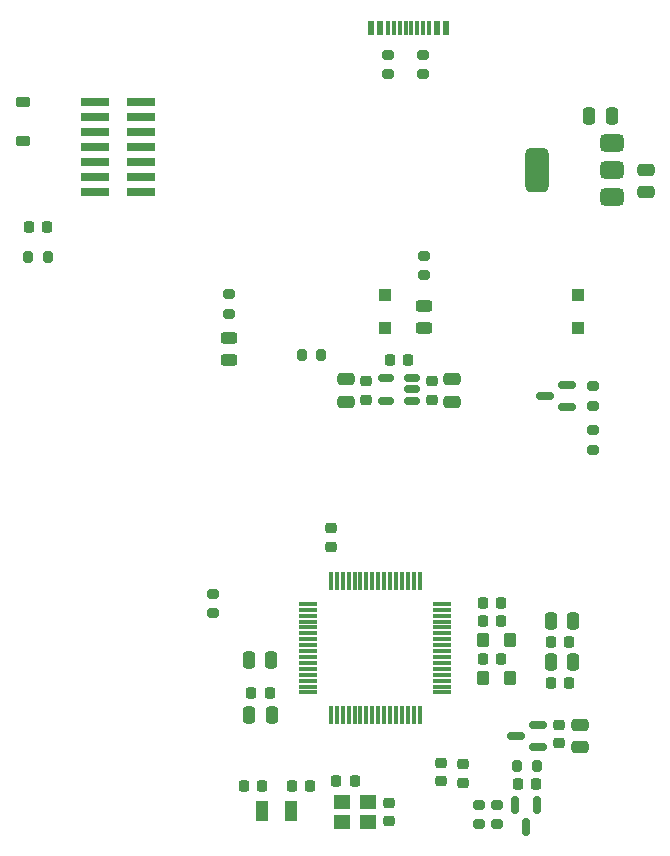
<source format=gbr>
%TF.GenerationSoftware,KiCad,Pcbnew,8.0.4*%
%TF.CreationDate,2024-12-11T23:07:31+07:00*%
%TF.ProjectId,G474-dev-board,47343734-2d64-4657-962d-626f6172642e,rev?*%
%TF.SameCoordinates,Original*%
%TF.FileFunction,Paste,Top*%
%TF.FilePolarity,Positive*%
%FSLAX46Y46*%
G04 Gerber Fmt 4.6, Leading zero omitted, Abs format (unit mm)*
G04 Created by KiCad (PCBNEW 8.0.4) date 2024-12-11 23:07:31*
%MOMM*%
%LPD*%
G01*
G04 APERTURE LIST*
G04 Aperture macros list*
%AMRoundRect*
0 Rectangle with rounded corners*
0 $1 Rounding radius*
0 $2 $3 $4 $5 $6 $7 $8 $9 X,Y pos of 4 corners*
0 Add a 4 corners polygon primitive as box body*
4,1,4,$2,$3,$4,$5,$6,$7,$8,$9,$2,$3,0*
0 Add four circle primitives for the rounded corners*
1,1,$1+$1,$2,$3*
1,1,$1+$1,$4,$5*
1,1,$1+$1,$6,$7*
1,1,$1+$1,$8,$9*
0 Add four rect primitives between the rounded corners*
20,1,$1+$1,$2,$3,$4,$5,0*
20,1,$1+$1,$4,$5,$6,$7,0*
20,1,$1+$1,$6,$7,$8,$9,0*
20,1,$1+$1,$8,$9,$2,$3,0*%
G04 Aperture macros list end*
%ADD10RoundRect,0.250000X0.300000X-0.300000X0.300000X0.300000X-0.300000X0.300000X-0.300000X-0.300000X0*%
%ADD11RoundRect,0.225000X0.375000X-0.225000X0.375000X0.225000X-0.375000X0.225000X-0.375000X-0.225000X0*%
%ADD12R,1.000000X1.800000*%
%ADD13R,1.400000X1.200000*%
%ADD14RoundRect,0.075000X0.075000X-0.700000X0.075000X0.700000X-0.075000X0.700000X-0.075000X-0.700000X0*%
%ADD15RoundRect,0.075000X0.700000X-0.075000X0.700000X0.075000X-0.700000X0.075000X-0.700000X-0.075000X0*%
%ADD16RoundRect,0.200000X0.200000X0.275000X-0.200000X0.275000X-0.200000X-0.275000X0.200000X-0.275000X0*%
%ADD17RoundRect,0.200000X-0.200000X-0.275000X0.200000X-0.275000X0.200000X0.275000X-0.200000X0.275000X0*%
%ADD18RoundRect,0.200000X0.275000X-0.200000X0.275000X0.200000X-0.275000X0.200000X-0.275000X-0.200000X0*%
%ADD19RoundRect,0.250000X0.275000X0.350000X-0.275000X0.350000X-0.275000X-0.350000X0.275000X-0.350000X0*%
%ADD20R,2.400000X0.740000*%
%ADD21RoundRect,0.225000X-0.225000X-0.250000X0.225000X-0.250000X0.225000X0.250000X-0.225000X0.250000X0*%
%ADD22RoundRect,0.250000X-0.250000X-0.475000X0.250000X-0.475000X0.250000X0.475000X-0.250000X0.475000X0*%
%ADD23RoundRect,0.225000X0.225000X0.250000X-0.225000X0.250000X-0.225000X-0.250000X0.225000X-0.250000X0*%
%ADD24RoundRect,0.225000X-0.250000X0.225000X-0.250000X-0.225000X0.250000X-0.225000X0.250000X0.225000X0*%
%ADD25RoundRect,0.225000X0.250000X-0.225000X0.250000X0.225000X-0.250000X0.225000X-0.250000X-0.225000X0*%
%ADD26RoundRect,0.250000X0.250000X0.475000X-0.250000X0.475000X-0.250000X-0.475000X0.250000X-0.475000X0*%
%ADD27RoundRect,0.150000X0.512500X0.150000X-0.512500X0.150000X-0.512500X-0.150000X0.512500X-0.150000X0*%
%ADD28RoundRect,0.200000X-0.275000X0.200000X-0.275000X-0.200000X0.275000X-0.200000X0.275000X0.200000X0*%
%ADD29RoundRect,0.150000X0.587500X0.150000X-0.587500X0.150000X-0.587500X-0.150000X0.587500X-0.150000X0*%
%ADD30RoundRect,0.250000X-0.475000X0.250000X-0.475000X-0.250000X0.475000X-0.250000X0.475000X0.250000X0*%
%ADD31RoundRect,0.375000X0.625000X0.375000X-0.625000X0.375000X-0.625000X-0.375000X0.625000X-0.375000X0*%
%ADD32RoundRect,0.500000X0.500000X1.400000X-0.500000X1.400000X-0.500000X-1.400000X0.500000X-1.400000X0*%
%ADD33RoundRect,0.250000X0.475000X-0.250000X0.475000X0.250000X-0.475000X0.250000X-0.475000X-0.250000X0*%
%ADD34R,0.600000X1.240000*%
%ADD35R,0.300000X1.240000*%
%ADD36RoundRect,0.243750X0.456250X-0.243750X0.456250X0.243750X-0.456250X0.243750X-0.456250X-0.243750X0*%
%ADD37RoundRect,0.150000X-0.150000X0.587500X-0.150000X-0.587500X0.150000X-0.587500X0.150000X0.587500X0*%
G04 APERTURE END LIST*
D10*
%TO.C,D2*%
X135102600Y-90261000D03*
X135102600Y-87461000D03*
%TD*%
%TO.C,D1*%
X151460200Y-90261000D03*
X151460200Y-87461000D03*
%TD*%
D11*
%TO.C,D6*%
X104444800Y-74370200D03*
X104444800Y-71070200D03*
%TD*%
D12*
%TO.C,Y2*%
X127157800Y-131114800D03*
X124657800Y-131114800D03*
%TD*%
D13*
%TO.C,Y1*%
X133614400Y-130366400D03*
X131414400Y-130366400D03*
X131414400Y-132066400D03*
X133614400Y-132066400D03*
%TD*%
D14*
%TO.C,U1*%
X130514400Y-123023000D03*
X131014400Y-123023000D03*
X131514400Y-123023000D03*
X132014400Y-123023000D03*
X132514400Y-123023000D03*
X133014400Y-123023000D03*
X133514400Y-123023000D03*
X134014400Y-123023000D03*
X134514400Y-123023000D03*
X135014400Y-123023000D03*
X135514400Y-123023000D03*
X136014400Y-123023000D03*
X136514400Y-123023000D03*
X137014400Y-123023000D03*
X137514400Y-123023000D03*
X138014400Y-123023000D03*
D15*
X139939400Y-121098000D03*
X139939400Y-120598000D03*
X139939400Y-120098000D03*
X139939400Y-119598000D03*
X139939400Y-119098000D03*
X139939400Y-118598000D03*
X139939400Y-118098000D03*
X139939400Y-117598000D03*
X139939400Y-117098000D03*
X139939400Y-116598000D03*
X139939400Y-116098000D03*
X139939400Y-115598000D03*
X139939400Y-115098000D03*
X139939400Y-114598000D03*
X139939400Y-114098000D03*
X139939400Y-113598000D03*
D14*
X138014400Y-111673000D03*
X137514400Y-111673000D03*
X137014400Y-111673000D03*
X136514400Y-111673000D03*
X136014400Y-111673000D03*
X135514400Y-111673000D03*
X135014400Y-111673000D03*
X134514400Y-111673000D03*
X134014400Y-111673000D03*
X133514400Y-111673000D03*
X133014400Y-111673000D03*
X132514400Y-111673000D03*
X132014400Y-111673000D03*
X131514400Y-111673000D03*
X131014400Y-111673000D03*
X130514400Y-111673000D03*
D15*
X128589400Y-113598000D03*
X128589400Y-114098000D03*
X128589400Y-114598000D03*
X128589400Y-115098000D03*
X128589400Y-115598000D03*
X128589400Y-116098000D03*
X128589400Y-116598000D03*
X128589400Y-117098000D03*
X128589400Y-117598000D03*
X128589400Y-118098000D03*
X128589400Y-118598000D03*
X128589400Y-119098000D03*
X128589400Y-119598000D03*
X128589400Y-120098000D03*
X128589400Y-120598000D03*
X128589400Y-121098000D03*
%TD*%
D16*
%TO.C,R6*%
X129704600Y-92557600D03*
X128054600Y-92557600D03*
%TD*%
D17*
%TO.C,R5*%
X104889800Y-84196400D03*
X106539800Y-84196400D03*
%TD*%
D18*
%TO.C,R4*%
X120548400Y-114401600D03*
X120548400Y-112751600D03*
%TD*%
D19*
%TO.C,L2*%
X145683000Y-116662200D03*
X143383000Y-116662200D03*
%TD*%
%TO.C,L1*%
X145683000Y-119862600D03*
X143383000Y-119862600D03*
%TD*%
D20*
%TO.C,J2*%
X110521200Y-71120000D03*
X114421200Y-71120000D03*
X110521200Y-72390000D03*
X114421200Y-72390000D03*
X110521200Y-73660000D03*
X114421200Y-73660000D03*
X110521200Y-74930000D03*
X114421200Y-74930000D03*
X110521200Y-76200000D03*
X114421200Y-76200000D03*
X110521200Y-77470000D03*
X114421200Y-77470000D03*
X110521200Y-78740000D03*
X114421200Y-78740000D03*
%TD*%
D21*
%TO.C,C21*%
X144933000Y-115062000D03*
X143383000Y-115062000D03*
%TD*%
%TO.C,C19*%
X143383000Y-118262400D03*
X144933000Y-118262400D03*
%TD*%
D22*
%TO.C,C16*%
X149148800Y-115036600D03*
X151048800Y-115036600D03*
%TD*%
%TO.C,C15*%
X151048800Y-118541800D03*
X149148800Y-118541800D03*
%TD*%
D21*
%TO.C,C14*%
X150698800Y-116789200D03*
X149148800Y-116789200D03*
%TD*%
%TO.C,C13*%
X150698800Y-120269000D03*
X149148800Y-120269000D03*
%TD*%
%TO.C,C12*%
X143383000Y-113563400D03*
X144933000Y-113563400D03*
%TD*%
D23*
%TO.C,C11*%
X125311200Y-121107200D03*
X123761200Y-121107200D03*
%TD*%
D24*
%TO.C,C10*%
X139852400Y-127037800D03*
X139852400Y-128587800D03*
%TD*%
%TO.C,C9*%
X141655800Y-127190200D03*
X141655800Y-128740200D03*
%TD*%
D21*
%TO.C,C8*%
X104939800Y-81686400D03*
X106489800Y-81686400D03*
%TD*%
D25*
%TO.C,C7*%
X130479800Y-108762800D03*
X130479800Y-107212800D03*
%TD*%
D26*
%TO.C,C6*%
X125460800Y-118389400D03*
X123560800Y-118389400D03*
%TD*%
%TO.C,C5*%
X125511600Y-123037600D03*
X123611600Y-123037600D03*
%TD*%
D23*
%TO.C,C4*%
X128740200Y-128981200D03*
X127190200Y-128981200D03*
%TD*%
D21*
%TO.C,C3*%
X123113800Y-129032000D03*
X124663800Y-129032000D03*
%TD*%
D25*
%TO.C,C2*%
X135407400Y-131991400D03*
X135407400Y-130441400D03*
%TD*%
D21*
%TO.C,C1*%
X130964400Y-128625600D03*
X132514400Y-128625600D03*
%TD*%
D25*
%TO.C,C25*%
X133489049Y-96305500D03*
X133489049Y-94755500D03*
%TD*%
%TO.C,C23*%
X139077049Y-96305500D03*
X139077049Y-94755500D03*
%TD*%
D27*
%TO.C,U3*%
X137415049Y-96393000D03*
X137415049Y-95443000D03*
X137415049Y-94493000D03*
X135140049Y-94493000D03*
X135140049Y-96393000D03*
%TD*%
D28*
%TO.C,R10*%
X138331800Y-67120000D03*
X138331800Y-68770000D03*
%TD*%
%TO.C,R3*%
X144576800Y-130606800D03*
X144576800Y-132256800D03*
%TD*%
D18*
%TO.C,R9*%
X138430000Y-85761000D03*
X138430000Y-84111000D03*
%TD*%
D29*
%TO.C,Q2*%
X150518100Y-96962000D03*
X150518100Y-95062000D03*
X148643100Y-96012000D03*
%TD*%
D25*
%TO.C,C18*%
X149809200Y-125390200D03*
X149809200Y-123840200D03*
%TD*%
D28*
%TO.C,R11*%
X135331800Y-67120000D03*
X135331800Y-68770000D03*
%TD*%
D21*
%TO.C,C26*%
X135502549Y-92965100D03*
X137052549Y-92965100D03*
%TD*%
D30*
%TO.C,C20*%
X151587200Y-123840200D03*
X151587200Y-125740200D03*
%TD*%
D18*
%TO.C,R8*%
X152730200Y-100548600D03*
X152730200Y-98898600D03*
%TD*%
%TO.C,R2*%
X143078200Y-132256800D03*
X143078200Y-130606800D03*
%TD*%
D30*
%TO.C,C28*%
X157175200Y-76849000D03*
X157175200Y-78749000D03*
%TD*%
D17*
%TO.C,R1*%
X146304200Y-127355600D03*
X147954200Y-127355600D03*
%TD*%
D23*
%TO.C,C17*%
X147904200Y-128879600D03*
X146354200Y-128879600D03*
%TD*%
D26*
%TO.C,C27*%
X154279600Y-72263700D03*
X152379600Y-72263700D03*
%TD*%
D29*
%TO.C,Q1*%
X148066700Y-125740200D03*
X148066700Y-123840200D03*
X146191700Y-124790200D03*
%TD*%
D31*
%TO.C,U4*%
X154279600Y-79149000D03*
X154279600Y-76849000D03*
D32*
X147979600Y-76849000D03*
D31*
X154279600Y-74549000D03*
%TD*%
D33*
%TO.C,C24*%
X131761849Y-96480500D03*
X131761849Y-94580500D03*
%TD*%
D28*
%TO.C,R12*%
X121869200Y-87363800D03*
X121869200Y-89013800D03*
%TD*%
D18*
%TO.C,R7*%
X152730200Y-96837000D03*
X152730200Y-95187000D03*
%TD*%
D34*
%TO.C,J10*%
X140281800Y-64836600D03*
X139481800Y-64836600D03*
D35*
X138331800Y-64836600D03*
X137331800Y-64836600D03*
X136831800Y-64836600D03*
X135831800Y-64836600D03*
D34*
X134681800Y-64836600D03*
X133881800Y-64836600D03*
X133881800Y-64836600D03*
X134681800Y-64836600D03*
D35*
X135331800Y-64836600D03*
X136331800Y-64836600D03*
X137831800Y-64836600D03*
X138831800Y-64836600D03*
D34*
X139481800Y-64836600D03*
X140281800Y-64836600D03*
%TD*%
D36*
%TO.C,D3*%
X138430000Y-90261000D03*
X138430000Y-88386000D03*
%TD*%
%TO.C,D4*%
X121869200Y-92987100D03*
X121869200Y-91112100D03*
%TD*%
D33*
%TO.C,C22*%
X140804249Y-96480500D03*
X140804249Y-94580500D03*
%TD*%
D37*
%TO.C,U2*%
X147991700Y-130606800D03*
X146091700Y-130606800D03*
X147041700Y-132481800D03*
%TD*%
M02*

</source>
